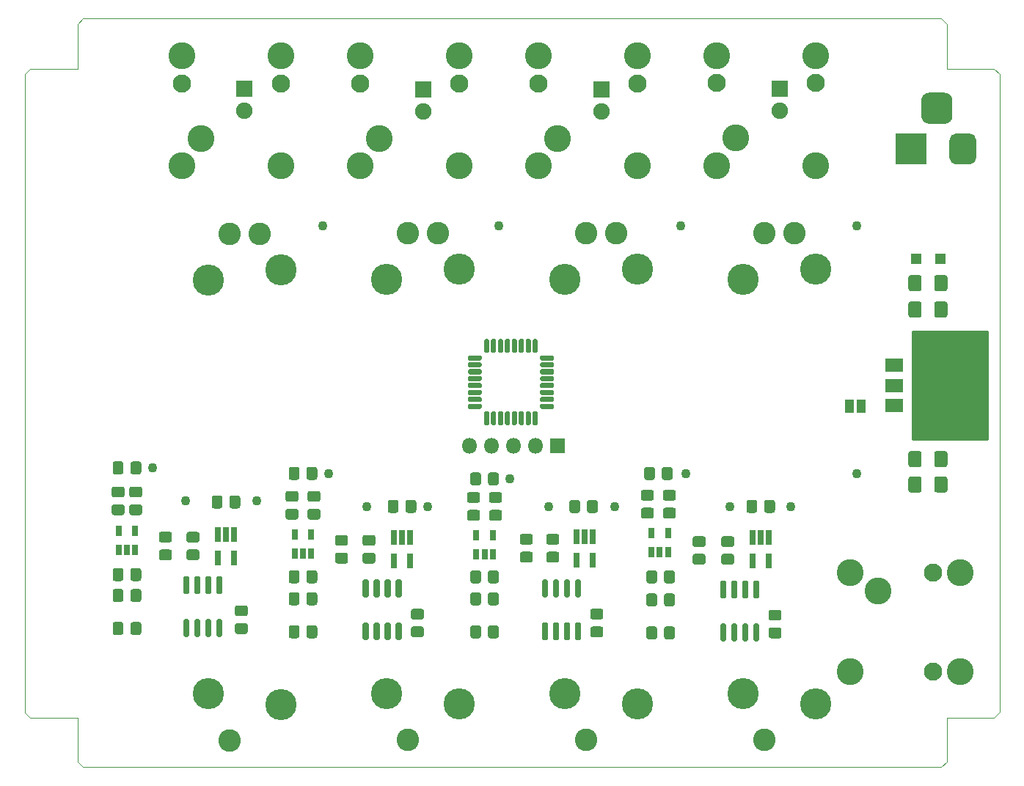
<source format=gbr>
%TF.GenerationSoftware,KiCad,Pcbnew,5.1.6-c6e7f7d~87~ubuntu18.04.1*%
%TF.CreationDate,2020-10-23T07:39:38+01:00*%
%TF.ProjectId,ActiveSplitterPedalWithDigitalPeakDetector,41637469-7665-4537-906c-697474657250,rev?*%
%TF.SameCoordinates,Original*%
%TF.FileFunction,Soldermask,Top*%
%TF.FilePolarity,Negative*%
%FSLAX46Y46*%
G04 Gerber Fmt 4.6, Leading zero omitted, Abs format (unit mm)*
G04 Created by KiCad (PCBNEW 5.1.6-c6e7f7d~87~ubuntu18.04.1) date 2020-10-23 07:39:38*
%MOMM*%
%LPD*%
G01*
G04 APERTURE LIST*
%TA.AperFunction,Profile*%
%ADD10C,0.050000*%
%TD*%
%ADD11C,1.100000*%
%ADD12C,2.600000*%
%ADD13C,3.600000*%
%ADD14R,0.750000X1.160000*%
%ADD15R,0.750000X1.660000*%
%ADD16R,2.100000X1.600000*%
%ADD17R,2.100000X3.900000*%
%ADD18R,1.100000X1.600000*%
%ADD19O,1.800000X1.800000*%
%ADD20R,1.800000X1.800000*%
%ADD21C,1.900000*%
%ADD22R,1.900000X1.900000*%
%ADD23R,1.200000X1.200000*%
%ADD24C,3.100000*%
%ADD25C,2.100000*%
%ADD26R,3.600000X3.600000*%
%ADD27C,0.254000*%
G04 APERTURE END LIST*
D10*
X186309000Y-130429000D02*
X185674000Y-131064000D01*
X186309000Y-125349000D02*
X186309000Y-130429000D01*
X191770000Y-125349000D02*
X186309000Y-125349000D01*
X192405000Y-124714000D02*
X191770000Y-125349000D01*
X192405000Y-51054000D02*
X192405000Y-124714000D01*
X191770000Y-50419000D02*
X192405000Y-51054000D01*
X186309000Y-50419000D02*
X191770000Y-50419000D01*
X186309000Y-45275500D02*
X186309000Y-50419000D01*
X185674000Y-44640500D02*
X186309000Y-45275500D01*
X86614000Y-44640500D02*
X185674000Y-44640500D01*
X85979000Y-45275500D02*
X86614000Y-44640500D01*
X85979000Y-50419000D02*
X85979000Y-45275500D01*
X80518000Y-50419000D02*
X85979000Y-50419000D01*
X79883000Y-51054000D02*
X80518000Y-50419000D01*
X79883000Y-124777500D02*
X79883000Y-51054000D01*
X80518000Y-125412500D02*
X79883000Y-124777500D01*
X85979000Y-125412500D02*
X80518000Y-125412500D01*
X85979000Y-130429000D02*
X85979000Y-125412500D01*
X86614000Y-131064000D02*
X85979000Y-130429000D01*
X185674000Y-131064000D02*
X86614000Y-131064000D01*
D11*
%TO.C,TP17*%
X175895000Y-97155000D03*
%TD*%
%TO.C,TP16*%
X94615000Y-96520000D03*
%TD*%
%TO.C,TP15*%
X114935000Y-97155000D03*
%TD*%
%TO.C,TP14*%
X135890000Y-97790000D03*
%TD*%
%TO.C,TP13*%
X156210000Y-97155000D03*
%TD*%
%TO.C,TP12*%
X175895000Y-68580000D03*
%TD*%
%TO.C,TP11*%
X155575000Y-68580000D03*
%TD*%
%TO.C,TP10*%
X134620000Y-68580000D03*
%TD*%
%TO.C,TP9*%
X114300000Y-68580000D03*
%TD*%
%TO.C,TP8*%
X168275000Y-100965000D03*
%TD*%
%TO.C,TP7*%
X161290000Y-100965000D03*
%TD*%
%TO.C,TP6*%
X147955000Y-100965000D03*
%TD*%
%TO.C,TP5*%
X140335000Y-100965000D03*
%TD*%
%TO.C,TP4*%
X126365000Y-100965000D03*
%TD*%
%TO.C,TP3*%
X119380000Y-100965000D03*
%TD*%
%TO.C,TP2*%
X106680000Y-100330000D03*
%TD*%
%TO.C,TP1*%
X98425000Y-100330000D03*
%TD*%
D12*
%TO.C,RV2*%
X124104400Y-69443600D03*
X127609600Y-69443600D03*
X124104400Y-127939800D03*
D13*
X121666000Y-74777600D03*
X130022600Y-73583800D03*
X121666000Y-122580400D03*
X130048000Y-123799600D03*
%TD*%
%TO.C,C1*%
G36*
G01*
X184875000Y-78889456D02*
X184875000Y-77574544D01*
G75*
G02*
X185142544Y-77307000I267544J0D01*
G01*
X186132456Y-77307000D01*
G75*
G02*
X186400000Y-77574544I0J-267544D01*
G01*
X186400000Y-78889456D01*
G75*
G02*
X186132456Y-79157000I-267544J0D01*
G01*
X185142544Y-79157000D01*
G75*
G02*
X184875000Y-78889456I0J267544D01*
G01*
G37*
G36*
G01*
X181900000Y-78889456D02*
X181900000Y-77574544D01*
G75*
G02*
X182167544Y-77307000I267544J0D01*
G01*
X183157456Y-77307000D01*
G75*
G02*
X183425000Y-77574544I0J-267544D01*
G01*
X183425000Y-78889456D01*
G75*
G02*
X183157456Y-79157000I-267544J0D01*
G01*
X182167544Y-79157000D01*
G75*
G02*
X181900000Y-78889456I0J267544D01*
G01*
G37*
%TD*%
D14*
%TO.C,U17*%
X152242000Y-104056000D03*
X154142000Y-104056000D03*
X154142000Y-106256000D03*
X153192000Y-106256000D03*
X152242000Y-106256000D03*
%TD*%
%TO.C,U16*%
X132019000Y-104310000D03*
X133919000Y-104310000D03*
X133919000Y-106510000D03*
X132969000Y-106510000D03*
X132019000Y-106510000D03*
%TD*%
D15*
%TO.C,U15*%
X165796000Y-107268000D03*
X163896000Y-107268000D03*
X163896000Y-104568000D03*
X164846000Y-104568000D03*
X165796000Y-104568000D03*
%TD*%
%TO.C,U14*%
X145476000Y-107141000D03*
X143576000Y-107141000D03*
X143576000Y-104441000D03*
X144526000Y-104441000D03*
X145476000Y-104441000D03*
%TD*%
%TO.C,U13*%
X124394000Y-107268000D03*
X122494000Y-107268000D03*
X122494000Y-104568000D03*
X123444000Y-104568000D03*
X124394000Y-104568000D03*
%TD*%
D14*
%TO.C,U10*%
X111064000Y-104183000D03*
X112964000Y-104183000D03*
X112964000Y-106383000D03*
X112014000Y-106383000D03*
X111064000Y-106383000D03*
%TD*%
%TO.C,U7*%
X90744000Y-103802000D03*
X92644000Y-103802000D03*
X92644000Y-106002000D03*
X91694000Y-106002000D03*
X90744000Y-106002000D03*
%TD*%
%TO.C,U4*%
G36*
G01*
X139542000Y-83514000D02*
X140842000Y-83514000D01*
G75*
G02*
X140992000Y-83664000I0J-150000D01*
G01*
X140992000Y-83964000D01*
G75*
G02*
X140842000Y-84114000I-150000J0D01*
G01*
X139542000Y-84114000D01*
G75*
G02*
X139392000Y-83964000I0J150000D01*
G01*
X139392000Y-83664000D01*
G75*
G02*
X139542000Y-83514000I150000J0D01*
G01*
G37*
G36*
G01*
X139542000Y-84314000D02*
X140842000Y-84314000D01*
G75*
G02*
X140992000Y-84464000I0J-150000D01*
G01*
X140992000Y-84764000D01*
G75*
G02*
X140842000Y-84914000I-150000J0D01*
G01*
X139542000Y-84914000D01*
G75*
G02*
X139392000Y-84764000I0J150000D01*
G01*
X139392000Y-84464000D01*
G75*
G02*
X139542000Y-84314000I150000J0D01*
G01*
G37*
G36*
G01*
X139542000Y-85114000D02*
X140842000Y-85114000D01*
G75*
G02*
X140992000Y-85264000I0J-150000D01*
G01*
X140992000Y-85564000D01*
G75*
G02*
X140842000Y-85714000I-150000J0D01*
G01*
X139542000Y-85714000D01*
G75*
G02*
X139392000Y-85564000I0J150000D01*
G01*
X139392000Y-85264000D01*
G75*
G02*
X139542000Y-85114000I150000J0D01*
G01*
G37*
G36*
G01*
X139542000Y-85914000D02*
X140842000Y-85914000D01*
G75*
G02*
X140992000Y-86064000I0J-150000D01*
G01*
X140992000Y-86364000D01*
G75*
G02*
X140842000Y-86514000I-150000J0D01*
G01*
X139542000Y-86514000D01*
G75*
G02*
X139392000Y-86364000I0J150000D01*
G01*
X139392000Y-86064000D01*
G75*
G02*
X139542000Y-85914000I150000J0D01*
G01*
G37*
G36*
G01*
X139542000Y-86714000D02*
X140842000Y-86714000D01*
G75*
G02*
X140992000Y-86864000I0J-150000D01*
G01*
X140992000Y-87164000D01*
G75*
G02*
X140842000Y-87314000I-150000J0D01*
G01*
X139542000Y-87314000D01*
G75*
G02*
X139392000Y-87164000I0J150000D01*
G01*
X139392000Y-86864000D01*
G75*
G02*
X139542000Y-86714000I150000J0D01*
G01*
G37*
G36*
G01*
X139542000Y-87514000D02*
X140842000Y-87514000D01*
G75*
G02*
X140992000Y-87664000I0J-150000D01*
G01*
X140992000Y-87964000D01*
G75*
G02*
X140842000Y-88114000I-150000J0D01*
G01*
X139542000Y-88114000D01*
G75*
G02*
X139392000Y-87964000I0J150000D01*
G01*
X139392000Y-87664000D01*
G75*
G02*
X139542000Y-87514000I150000J0D01*
G01*
G37*
G36*
G01*
X139542000Y-88314000D02*
X140842000Y-88314000D01*
G75*
G02*
X140992000Y-88464000I0J-150000D01*
G01*
X140992000Y-88764000D01*
G75*
G02*
X140842000Y-88914000I-150000J0D01*
G01*
X139542000Y-88914000D01*
G75*
G02*
X139392000Y-88764000I0J150000D01*
G01*
X139392000Y-88464000D01*
G75*
G02*
X139542000Y-88314000I150000J0D01*
G01*
G37*
G36*
G01*
X139542000Y-89114000D02*
X140842000Y-89114000D01*
G75*
G02*
X140992000Y-89264000I0J-150000D01*
G01*
X140992000Y-89564000D01*
G75*
G02*
X140842000Y-89714000I-150000J0D01*
G01*
X139542000Y-89714000D01*
G75*
G02*
X139392000Y-89564000I0J150000D01*
G01*
X139392000Y-89264000D01*
G75*
G02*
X139542000Y-89114000I150000J0D01*
G01*
G37*
G36*
G01*
X138667000Y-89989000D02*
X138967000Y-89989000D01*
G75*
G02*
X139117000Y-90139000I0J-150000D01*
G01*
X139117000Y-91439000D01*
G75*
G02*
X138967000Y-91589000I-150000J0D01*
G01*
X138667000Y-91589000D01*
G75*
G02*
X138517000Y-91439000I0J150000D01*
G01*
X138517000Y-90139000D01*
G75*
G02*
X138667000Y-89989000I150000J0D01*
G01*
G37*
G36*
G01*
X137867000Y-89989000D02*
X138167000Y-89989000D01*
G75*
G02*
X138317000Y-90139000I0J-150000D01*
G01*
X138317000Y-91439000D01*
G75*
G02*
X138167000Y-91589000I-150000J0D01*
G01*
X137867000Y-91589000D01*
G75*
G02*
X137717000Y-91439000I0J150000D01*
G01*
X137717000Y-90139000D01*
G75*
G02*
X137867000Y-89989000I150000J0D01*
G01*
G37*
G36*
G01*
X137067000Y-89989000D02*
X137367000Y-89989000D01*
G75*
G02*
X137517000Y-90139000I0J-150000D01*
G01*
X137517000Y-91439000D01*
G75*
G02*
X137367000Y-91589000I-150000J0D01*
G01*
X137067000Y-91589000D01*
G75*
G02*
X136917000Y-91439000I0J150000D01*
G01*
X136917000Y-90139000D01*
G75*
G02*
X137067000Y-89989000I150000J0D01*
G01*
G37*
G36*
G01*
X136267000Y-89989000D02*
X136567000Y-89989000D01*
G75*
G02*
X136717000Y-90139000I0J-150000D01*
G01*
X136717000Y-91439000D01*
G75*
G02*
X136567000Y-91589000I-150000J0D01*
G01*
X136267000Y-91589000D01*
G75*
G02*
X136117000Y-91439000I0J150000D01*
G01*
X136117000Y-90139000D01*
G75*
G02*
X136267000Y-89989000I150000J0D01*
G01*
G37*
G36*
G01*
X135467000Y-89989000D02*
X135767000Y-89989000D01*
G75*
G02*
X135917000Y-90139000I0J-150000D01*
G01*
X135917000Y-91439000D01*
G75*
G02*
X135767000Y-91589000I-150000J0D01*
G01*
X135467000Y-91589000D01*
G75*
G02*
X135317000Y-91439000I0J150000D01*
G01*
X135317000Y-90139000D01*
G75*
G02*
X135467000Y-89989000I150000J0D01*
G01*
G37*
G36*
G01*
X134667000Y-89989000D02*
X134967000Y-89989000D01*
G75*
G02*
X135117000Y-90139000I0J-150000D01*
G01*
X135117000Y-91439000D01*
G75*
G02*
X134967000Y-91589000I-150000J0D01*
G01*
X134667000Y-91589000D01*
G75*
G02*
X134517000Y-91439000I0J150000D01*
G01*
X134517000Y-90139000D01*
G75*
G02*
X134667000Y-89989000I150000J0D01*
G01*
G37*
G36*
G01*
X133867000Y-89989000D02*
X134167000Y-89989000D01*
G75*
G02*
X134317000Y-90139000I0J-150000D01*
G01*
X134317000Y-91439000D01*
G75*
G02*
X134167000Y-91589000I-150000J0D01*
G01*
X133867000Y-91589000D01*
G75*
G02*
X133717000Y-91439000I0J150000D01*
G01*
X133717000Y-90139000D01*
G75*
G02*
X133867000Y-89989000I150000J0D01*
G01*
G37*
G36*
G01*
X133067000Y-89989000D02*
X133367000Y-89989000D01*
G75*
G02*
X133517000Y-90139000I0J-150000D01*
G01*
X133517000Y-91439000D01*
G75*
G02*
X133367000Y-91589000I-150000J0D01*
G01*
X133067000Y-91589000D01*
G75*
G02*
X132917000Y-91439000I0J150000D01*
G01*
X132917000Y-90139000D01*
G75*
G02*
X133067000Y-89989000I150000J0D01*
G01*
G37*
G36*
G01*
X131192000Y-89114000D02*
X132492000Y-89114000D01*
G75*
G02*
X132642000Y-89264000I0J-150000D01*
G01*
X132642000Y-89564000D01*
G75*
G02*
X132492000Y-89714000I-150000J0D01*
G01*
X131192000Y-89714000D01*
G75*
G02*
X131042000Y-89564000I0J150000D01*
G01*
X131042000Y-89264000D01*
G75*
G02*
X131192000Y-89114000I150000J0D01*
G01*
G37*
G36*
G01*
X131192000Y-88314000D02*
X132492000Y-88314000D01*
G75*
G02*
X132642000Y-88464000I0J-150000D01*
G01*
X132642000Y-88764000D01*
G75*
G02*
X132492000Y-88914000I-150000J0D01*
G01*
X131192000Y-88914000D01*
G75*
G02*
X131042000Y-88764000I0J150000D01*
G01*
X131042000Y-88464000D01*
G75*
G02*
X131192000Y-88314000I150000J0D01*
G01*
G37*
G36*
G01*
X131192000Y-87514000D02*
X132492000Y-87514000D01*
G75*
G02*
X132642000Y-87664000I0J-150000D01*
G01*
X132642000Y-87964000D01*
G75*
G02*
X132492000Y-88114000I-150000J0D01*
G01*
X131192000Y-88114000D01*
G75*
G02*
X131042000Y-87964000I0J150000D01*
G01*
X131042000Y-87664000D01*
G75*
G02*
X131192000Y-87514000I150000J0D01*
G01*
G37*
G36*
G01*
X131192000Y-86714000D02*
X132492000Y-86714000D01*
G75*
G02*
X132642000Y-86864000I0J-150000D01*
G01*
X132642000Y-87164000D01*
G75*
G02*
X132492000Y-87314000I-150000J0D01*
G01*
X131192000Y-87314000D01*
G75*
G02*
X131042000Y-87164000I0J150000D01*
G01*
X131042000Y-86864000D01*
G75*
G02*
X131192000Y-86714000I150000J0D01*
G01*
G37*
G36*
G01*
X131192000Y-85914000D02*
X132492000Y-85914000D01*
G75*
G02*
X132642000Y-86064000I0J-150000D01*
G01*
X132642000Y-86364000D01*
G75*
G02*
X132492000Y-86514000I-150000J0D01*
G01*
X131192000Y-86514000D01*
G75*
G02*
X131042000Y-86364000I0J150000D01*
G01*
X131042000Y-86064000D01*
G75*
G02*
X131192000Y-85914000I150000J0D01*
G01*
G37*
G36*
G01*
X131192000Y-85114000D02*
X132492000Y-85114000D01*
G75*
G02*
X132642000Y-85264000I0J-150000D01*
G01*
X132642000Y-85564000D01*
G75*
G02*
X132492000Y-85714000I-150000J0D01*
G01*
X131192000Y-85714000D01*
G75*
G02*
X131042000Y-85564000I0J150000D01*
G01*
X131042000Y-85264000D01*
G75*
G02*
X131192000Y-85114000I150000J0D01*
G01*
G37*
G36*
G01*
X131192000Y-84314000D02*
X132492000Y-84314000D01*
G75*
G02*
X132642000Y-84464000I0J-150000D01*
G01*
X132642000Y-84764000D01*
G75*
G02*
X132492000Y-84914000I-150000J0D01*
G01*
X131192000Y-84914000D01*
G75*
G02*
X131042000Y-84764000I0J150000D01*
G01*
X131042000Y-84464000D01*
G75*
G02*
X131192000Y-84314000I150000J0D01*
G01*
G37*
G36*
G01*
X131192000Y-83514000D02*
X132492000Y-83514000D01*
G75*
G02*
X132642000Y-83664000I0J-150000D01*
G01*
X132642000Y-83964000D01*
G75*
G02*
X132492000Y-84114000I-150000J0D01*
G01*
X131192000Y-84114000D01*
G75*
G02*
X131042000Y-83964000I0J150000D01*
G01*
X131042000Y-83664000D01*
G75*
G02*
X131192000Y-83514000I150000J0D01*
G01*
G37*
G36*
G01*
X133067000Y-81639000D02*
X133367000Y-81639000D01*
G75*
G02*
X133517000Y-81789000I0J-150000D01*
G01*
X133517000Y-83089000D01*
G75*
G02*
X133367000Y-83239000I-150000J0D01*
G01*
X133067000Y-83239000D01*
G75*
G02*
X132917000Y-83089000I0J150000D01*
G01*
X132917000Y-81789000D01*
G75*
G02*
X133067000Y-81639000I150000J0D01*
G01*
G37*
G36*
G01*
X133867000Y-81639000D02*
X134167000Y-81639000D01*
G75*
G02*
X134317000Y-81789000I0J-150000D01*
G01*
X134317000Y-83089000D01*
G75*
G02*
X134167000Y-83239000I-150000J0D01*
G01*
X133867000Y-83239000D01*
G75*
G02*
X133717000Y-83089000I0J150000D01*
G01*
X133717000Y-81789000D01*
G75*
G02*
X133867000Y-81639000I150000J0D01*
G01*
G37*
G36*
G01*
X134667000Y-81639000D02*
X134967000Y-81639000D01*
G75*
G02*
X135117000Y-81789000I0J-150000D01*
G01*
X135117000Y-83089000D01*
G75*
G02*
X134967000Y-83239000I-150000J0D01*
G01*
X134667000Y-83239000D01*
G75*
G02*
X134517000Y-83089000I0J150000D01*
G01*
X134517000Y-81789000D01*
G75*
G02*
X134667000Y-81639000I150000J0D01*
G01*
G37*
G36*
G01*
X135467000Y-81639000D02*
X135767000Y-81639000D01*
G75*
G02*
X135917000Y-81789000I0J-150000D01*
G01*
X135917000Y-83089000D01*
G75*
G02*
X135767000Y-83239000I-150000J0D01*
G01*
X135467000Y-83239000D01*
G75*
G02*
X135317000Y-83089000I0J150000D01*
G01*
X135317000Y-81789000D01*
G75*
G02*
X135467000Y-81639000I150000J0D01*
G01*
G37*
G36*
G01*
X136267000Y-81639000D02*
X136567000Y-81639000D01*
G75*
G02*
X136717000Y-81789000I0J-150000D01*
G01*
X136717000Y-83089000D01*
G75*
G02*
X136567000Y-83239000I-150000J0D01*
G01*
X136267000Y-83239000D01*
G75*
G02*
X136117000Y-83089000I0J150000D01*
G01*
X136117000Y-81789000D01*
G75*
G02*
X136267000Y-81639000I150000J0D01*
G01*
G37*
G36*
G01*
X137067000Y-81639000D02*
X137367000Y-81639000D01*
G75*
G02*
X137517000Y-81789000I0J-150000D01*
G01*
X137517000Y-83089000D01*
G75*
G02*
X137367000Y-83239000I-150000J0D01*
G01*
X137067000Y-83239000D01*
G75*
G02*
X136917000Y-83089000I0J150000D01*
G01*
X136917000Y-81789000D01*
G75*
G02*
X137067000Y-81639000I150000J0D01*
G01*
G37*
G36*
G01*
X137867000Y-81639000D02*
X138167000Y-81639000D01*
G75*
G02*
X138317000Y-81789000I0J-150000D01*
G01*
X138317000Y-83089000D01*
G75*
G02*
X138167000Y-83239000I-150000J0D01*
G01*
X137867000Y-83239000D01*
G75*
G02*
X137717000Y-83089000I0J150000D01*
G01*
X137717000Y-81789000D01*
G75*
G02*
X137867000Y-81639000I150000J0D01*
G01*
G37*
G36*
G01*
X138667000Y-81639000D02*
X138967000Y-81639000D01*
G75*
G02*
X139117000Y-81789000I0J-150000D01*
G01*
X139117000Y-83089000D01*
G75*
G02*
X138967000Y-83239000I-150000J0D01*
G01*
X138667000Y-83239000D01*
G75*
G02*
X138517000Y-83089000I0J150000D01*
G01*
X138517000Y-81789000D01*
G75*
G02*
X138667000Y-81639000I150000J0D01*
G01*
G37*
%TD*%
D15*
%TO.C,U3*%
X104074000Y-106887000D03*
X102174000Y-106887000D03*
X102174000Y-104187000D03*
X103124000Y-104187000D03*
X104074000Y-104187000D03*
%TD*%
D16*
%TO.C,U1*%
X180238000Y-84695000D03*
X180238000Y-89295000D03*
X180238000Y-86995000D03*
D17*
X186538000Y-86995000D03*
%TD*%
%TO.C,R10*%
G36*
G01*
X153826738Y-101111000D02*
X154783262Y-101111000D01*
G75*
G02*
X155055000Y-101382738I0J-271738D01*
G01*
X155055000Y-102089262D01*
G75*
G02*
X154783262Y-102361000I-271738J0D01*
G01*
X153826738Y-102361000D01*
G75*
G02*
X153555000Y-102089262I0J271738D01*
G01*
X153555000Y-101382738D01*
G75*
G02*
X153826738Y-101111000I271738J0D01*
G01*
G37*
G36*
G01*
X153826738Y-99061000D02*
X154783262Y-99061000D01*
G75*
G02*
X155055000Y-99332738I0J-271738D01*
G01*
X155055000Y-100039262D01*
G75*
G02*
X154783262Y-100311000I-271738J0D01*
G01*
X153826738Y-100311000D01*
G75*
G02*
X153555000Y-100039262I0J271738D01*
G01*
X153555000Y-99332738D01*
G75*
G02*
X153826738Y-99061000I271738J0D01*
G01*
G37*
%TD*%
%TO.C,R9*%
G36*
G01*
X133760738Y-101365000D02*
X134717262Y-101365000D01*
G75*
G02*
X134989000Y-101636738I0J-271738D01*
G01*
X134989000Y-102343262D01*
G75*
G02*
X134717262Y-102615000I-271738J0D01*
G01*
X133760738Y-102615000D01*
G75*
G02*
X133489000Y-102343262I0J271738D01*
G01*
X133489000Y-101636738D01*
G75*
G02*
X133760738Y-101365000I271738J0D01*
G01*
G37*
G36*
G01*
X133760738Y-99315000D02*
X134717262Y-99315000D01*
G75*
G02*
X134989000Y-99586738I0J-271738D01*
G01*
X134989000Y-100293262D01*
G75*
G02*
X134717262Y-100565000I-271738J0D01*
G01*
X133760738Y-100565000D01*
G75*
G02*
X133489000Y-100293262I0J271738D01*
G01*
X133489000Y-99586738D01*
G75*
G02*
X133760738Y-99315000I271738J0D01*
G01*
G37*
%TD*%
%TO.C,R8*%
G36*
G01*
X112805738Y-101238000D02*
X113762262Y-101238000D01*
G75*
G02*
X114034000Y-101509738I0J-271738D01*
G01*
X114034000Y-102216262D01*
G75*
G02*
X113762262Y-102488000I-271738J0D01*
G01*
X112805738Y-102488000D01*
G75*
G02*
X112534000Y-102216262I0J271738D01*
G01*
X112534000Y-101509738D01*
G75*
G02*
X112805738Y-101238000I271738J0D01*
G01*
G37*
G36*
G01*
X112805738Y-99188000D02*
X113762262Y-99188000D01*
G75*
G02*
X114034000Y-99459738I0J-271738D01*
G01*
X114034000Y-100166262D01*
G75*
G02*
X113762262Y-100438000I-271738J0D01*
G01*
X112805738Y-100438000D01*
G75*
G02*
X112534000Y-100166262I0J271738D01*
G01*
X112534000Y-99459738D01*
G75*
G02*
X112805738Y-99188000I271738J0D01*
G01*
G37*
%TD*%
%TO.C,R7*%
G36*
G01*
X92231738Y-100730000D02*
X93188262Y-100730000D01*
G75*
G02*
X93460000Y-101001738I0J-271738D01*
G01*
X93460000Y-101708262D01*
G75*
G02*
X93188262Y-101980000I-271738J0D01*
G01*
X92231738Y-101980000D01*
G75*
G02*
X91960000Y-101708262I0J271738D01*
G01*
X91960000Y-101001738D01*
G75*
G02*
X92231738Y-100730000I271738J0D01*
G01*
G37*
G36*
G01*
X92231738Y-98680000D02*
X93188262Y-98680000D01*
G75*
G02*
X93460000Y-98951738I0J-271738D01*
G01*
X93460000Y-99658262D01*
G75*
G02*
X93188262Y-99930000I-271738J0D01*
G01*
X92231738Y-99930000D01*
G75*
G02*
X91960000Y-99658262I0J271738D01*
G01*
X91960000Y-98951738D01*
G75*
G02*
X92231738Y-98680000I271738J0D01*
G01*
G37*
%TD*%
D18*
%TO.C,JP1*%
X176418000Y-89408000D03*
X175118000Y-89408000D03*
%TD*%
D19*
%TO.C,J7*%
X131191000Y-93980000D03*
X133731000Y-93980000D03*
X136271000Y-93980000D03*
X138811000Y-93980000D03*
D20*
X141351000Y-93980000D03*
%TD*%
D21*
%TO.C,D14*%
X167005000Y-55245000D03*
D22*
X167005000Y-52705000D03*
%TD*%
D21*
%TO.C,D10*%
X146431000Y-55372000D03*
D22*
X146431000Y-52832000D03*
%TD*%
D21*
%TO.C,D2*%
X125857000Y-55372000D03*
D22*
X125857000Y-52832000D03*
%TD*%
D21*
%TO.C,D1*%
X105219500Y-55245000D03*
D22*
X105219500Y-52705000D03*
%TD*%
%TO.C,C41*%
G36*
G01*
X152243262Y-100311000D02*
X151286738Y-100311000D01*
G75*
G02*
X151015000Y-100039262I0J271738D01*
G01*
X151015000Y-99332738D01*
G75*
G02*
X151286738Y-99061000I271738J0D01*
G01*
X152243262Y-99061000D01*
G75*
G02*
X152515000Y-99332738I0J-271738D01*
G01*
X152515000Y-100039262D01*
G75*
G02*
X152243262Y-100311000I-271738J0D01*
G01*
G37*
G36*
G01*
X152243262Y-102361000D02*
X151286738Y-102361000D01*
G75*
G02*
X151015000Y-102089262I0J271738D01*
G01*
X151015000Y-101382738D01*
G75*
G02*
X151286738Y-101111000I271738J0D01*
G01*
X152243262Y-101111000D01*
G75*
G02*
X152515000Y-101382738I0J-271738D01*
G01*
X152515000Y-102089262D01*
G75*
G02*
X152243262Y-102361000I-271738J0D01*
G01*
G37*
%TD*%
%TO.C,C40*%
G36*
G01*
X132177262Y-100565000D02*
X131220738Y-100565000D01*
G75*
G02*
X130949000Y-100293262I0J271738D01*
G01*
X130949000Y-99586738D01*
G75*
G02*
X131220738Y-99315000I271738J0D01*
G01*
X132177262Y-99315000D01*
G75*
G02*
X132449000Y-99586738I0J-271738D01*
G01*
X132449000Y-100293262D01*
G75*
G02*
X132177262Y-100565000I-271738J0D01*
G01*
G37*
G36*
G01*
X132177262Y-102615000D02*
X131220738Y-102615000D01*
G75*
G02*
X130949000Y-102343262I0J271738D01*
G01*
X130949000Y-101636738D01*
G75*
G02*
X131220738Y-101365000I271738J0D01*
G01*
X132177262Y-101365000D01*
G75*
G02*
X132449000Y-101636738I0J-271738D01*
G01*
X132449000Y-102343262D01*
G75*
G02*
X132177262Y-102615000I-271738J0D01*
G01*
G37*
%TD*%
%TO.C,C33*%
G36*
G01*
X111222262Y-100438000D02*
X110265738Y-100438000D01*
G75*
G02*
X109994000Y-100166262I0J271738D01*
G01*
X109994000Y-99459738D01*
G75*
G02*
X110265738Y-99188000I271738J0D01*
G01*
X111222262Y-99188000D01*
G75*
G02*
X111494000Y-99459738I0J-271738D01*
G01*
X111494000Y-100166262D01*
G75*
G02*
X111222262Y-100438000I-271738J0D01*
G01*
G37*
G36*
G01*
X111222262Y-102488000D02*
X110265738Y-102488000D01*
G75*
G02*
X109994000Y-102216262I0J271738D01*
G01*
X109994000Y-101509738D01*
G75*
G02*
X110265738Y-101238000I271738J0D01*
G01*
X111222262Y-101238000D01*
G75*
G02*
X111494000Y-101509738I0J-271738D01*
G01*
X111494000Y-102216262D01*
G75*
G02*
X111222262Y-102488000I-271738J0D01*
G01*
G37*
%TD*%
%TO.C,C32*%
G36*
G01*
X91156262Y-99930000D02*
X90199738Y-99930000D01*
G75*
G02*
X89928000Y-99658262I0J271738D01*
G01*
X89928000Y-98951738D01*
G75*
G02*
X90199738Y-98680000I271738J0D01*
G01*
X91156262Y-98680000D01*
G75*
G02*
X91428000Y-98951738I0J-271738D01*
G01*
X91428000Y-99658262D01*
G75*
G02*
X91156262Y-99930000I-271738J0D01*
G01*
G37*
G36*
G01*
X91156262Y-101980000D02*
X90199738Y-101980000D01*
G75*
G02*
X89928000Y-101708262I0J271738D01*
G01*
X89928000Y-101001738D01*
G75*
G02*
X90199738Y-100730000I271738J0D01*
G01*
X91156262Y-100730000D01*
G75*
G02*
X91428000Y-101001738I0J-271738D01*
G01*
X91428000Y-101708262D01*
G75*
G02*
X91156262Y-101980000I-271738J0D01*
G01*
G37*
%TD*%
%TO.C,C21*%
G36*
G01*
X184875000Y-99082456D02*
X184875000Y-97767544D01*
G75*
G02*
X185142544Y-97500000I267544J0D01*
G01*
X186132456Y-97500000D01*
G75*
G02*
X186400000Y-97767544I0J-267544D01*
G01*
X186400000Y-99082456D01*
G75*
G02*
X186132456Y-99350000I-267544J0D01*
G01*
X185142544Y-99350000D01*
G75*
G02*
X184875000Y-99082456I0J267544D01*
G01*
G37*
G36*
G01*
X181900000Y-99082456D02*
X181900000Y-97767544D01*
G75*
G02*
X182167544Y-97500000I267544J0D01*
G01*
X183157456Y-97500000D01*
G75*
G02*
X183425000Y-97767544I0J-267544D01*
G01*
X183425000Y-99082456D01*
G75*
G02*
X183157456Y-99350000I-267544J0D01*
G01*
X182167544Y-99350000D01*
G75*
G02*
X181900000Y-99082456I0J267544D01*
G01*
G37*
%TD*%
%TO.C,C20*%
G36*
G01*
X184875000Y-75841456D02*
X184875000Y-74526544D01*
G75*
G02*
X185142544Y-74259000I267544J0D01*
G01*
X186132456Y-74259000D01*
G75*
G02*
X186400000Y-74526544I0J-267544D01*
G01*
X186400000Y-75841456D01*
G75*
G02*
X186132456Y-76109000I-267544J0D01*
G01*
X185142544Y-76109000D01*
G75*
G02*
X184875000Y-75841456I0J267544D01*
G01*
G37*
G36*
G01*
X181900000Y-75841456D02*
X181900000Y-74526544D01*
G75*
G02*
X182167544Y-74259000I267544J0D01*
G01*
X183157456Y-74259000D01*
G75*
G02*
X183425000Y-74526544I0J-267544D01*
G01*
X183425000Y-75841456D01*
G75*
G02*
X183157456Y-76109000I-267544J0D01*
G01*
X182167544Y-76109000D01*
G75*
G02*
X181900000Y-75841456I0J267544D01*
G01*
G37*
%TD*%
%TO.C,C19*%
G36*
G01*
X164446000Y-100486738D02*
X164446000Y-101443262D01*
G75*
G02*
X164174262Y-101715000I-271738J0D01*
G01*
X163467738Y-101715000D01*
G75*
G02*
X163196000Y-101443262I0J271738D01*
G01*
X163196000Y-100486738D01*
G75*
G02*
X163467738Y-100215000I271738J0D01*
G01*
X164174262Y-100215000D01*
G75*
G02*
X164446000Y-100486738I0J-271738D01*
G01*
G37*
G36*
G01*
X166496000Y-100486738D02*
X166496000Y-101443262D01*
G75*
G02*
X166224262Y-101715000I-271738J0D01*
G01*
X165517738Y-101715000D01*
G75*
G02*
X165246000Y-101443262I0J271738D01*
G01*
X165246000Y-100486738D01*
G75*
G02*
X165517738Y-100215000I271738J0D01*
G01*
X166224262Y-100215000D01*
G75*
G02*
X166496000Y-100486738I0J-271738D01*
G01*
G37*
%TD*%
%TO.C,C18*%
G36*
G01*
X160557738Y-106445000D02*
X161514262Y-106445000D01*
G75*
G02*
X161786000Y-106716738I0J-271738D01*
G01*
X161786000Y-107423262D01*
G75*
G02*
X161514262Y-107695000I-271738J0D01*
G01*
X160557738Y-107695000D01*
G75*
G02*
X160286000Y-107423262I0J271738D01*
G01*
X160286000Y-106716738D01*
G75*
G02*
X160557738Y-106445000I271738J0D01*
G01*
G37*
G36*
G01*
X160557738Y-104395000D02*
X161514262Y-104395000D01*
G75*
G02*
X161786000Y-104666738I0J-271738D01*
G01*
X161786000Y-105373262D01*
G75*
G02*
X161514262Y-105645000I-271738J0D01*
G01*
X160557738Y-105645000D01*
G75*
G02*
X160286000Y-105373262I0J271738D01*
G01*
X160286000Y-104666738D01*
G75*
G02*
X160557738Y-104395000I271738J0D01*
G01*
G37*
%TD*%
%TO.C,C15*%
G36*
G01*
X152635000Y-96676738D02*
X152635000Y-97633262D01*
G75*
G02*
X152363262Y-97905000I-271738J0D01*
G01*
X151656738Y-97905000D01*
G75*
G02*
X151385000Y-97633262I0J271738D01*
G01*
X151385000Y-96676738D01*
G75*
G02*
X151656738Y-96405000I271738J0D01*
G01*
X152363262Y-96405000D01*
G75*
G02*
X152635000Y-96676738I0J-271738D01*
G01*
G37*
G36*
G01*
X154685000Y-96676738D02*
X154685000Y-97633262D01*
G75*
G02*
X154413262Y-97905000I-271738J0D01*
G01*
X153706738Y-97905000D01*
G75*
G02*
X153435000Y-97633262I0J271738D01*
G01*
X153435000Y-96676738D01*
G75*
G02*
X153706738Y-96405000I271738J0D01*
G01*
X154413262Y-96405000D01*
G75*
G02*
X154685000Y-96676738I0J-271738D01*
G01*
G37*
%TD*%
%TO.C,C11*%
G36*
G01*
X143999000Y-100486738D02*
X143999000Y-101443262D01*
G75*
G02*
X143727262Y-101715000I-271738J0D01*
G01*
X143020738Y-101715000D01*
G75*
G02*
X142749000Y-101443262I0J271738D01*
G01*
X142749000Y-100486738D01*
G75*
G02*
X143020738Y-100215000I271738J0D01*
G01*
X143727262Y-100215000D01*
G75*
G02*
X143999000Y-100486738I0J-271738D01*
G01*
G37*
G36*
G01*
X146049000Y-100486738D02*
X146049000Y-101443262D01*
G75*
G02*
X145777262Y-101715000I-271738J0D01*
G01*
X145070738Y-101715000D01*
G75*
G02*
X144799000Y-101443262I0J271738D01*
G01*
X144799000Y-100486738D01*
G75*
G02*
X145070738Y-100215000I271738J0D01*
G01*
X145777262Y-100215000D01*
G75*
G02*
X146049000Y-100486738I0J-271738D01*
G01*
G37*
%TD*%
%TO.C,C10*%
G36*
G01*
X132569000Y-97311738D02*
X132569000Y-98268262D01*
G75*
G02*
X132297262Y-98540000I-271738J0D01*
G01*
X131590738Y-98540000D01*
G75*
G02*
X131319000Y-98268262I0J271738D01*
G01*
X131319000Y-97311738D01*
G75*
G02*
X131590738Y-97040000I271738J0D01*
G01*
X132297262Y-97040000D01*
G75*
G02*
X132569000Y-97311738I0J-271738D01*
G01*
G37*
G36*
G01*
X134619000Y-97311738D02*
X134619000Y-98268262D01*
G75*
G02*
X134347262Y-98540000I-271738J0D01*
G01*
X133640738Y-98540000D01*
G75*
G02*
X133369000Y-98268262I0J271738D01*
G01*
X133369000Y-97311738D01*
G75*
G02*
X133640738Y-97040000I271738J0D01*
G01*
X134347262Y-97040000D01*
G75*
G02*
X134619000Y-97311738I0J-271738D01*
G01*
G37*
%TD*%
%TO.C,C9*%
G36*
G01*
X111614000Y-96676738D02*
X111614000Y-97633262D01*
G75*
G02*
X111342262Y-97905000I-271738J0D01*
G01*
X110635738Y-97905000D01*
G75*
G02*
X110364000Y-97633262I0J271738D01*
G01*
X110364000Y-96676738D01*
G75*
G02*
X110635738Y-96405000I271738J0D01*
G01*
X111342262Y-96405000D01*
G75*
G02*
X111614000Y-96676738I0J-271738D01*
G01*
G37*
G36*
G01*
X113664000Y-96676738D02*
X113664000Y-97633262D01*
G75*
G02*
X113392262Y-97905000I-271738J0D01*
G01*
X112685738Y-97905000D01*
G75*
G02*
X112414000Y-97633262I0J271738D01*
G01*
X112414000Y-96676738D01*
G75*
G02*
X112685738Y-96405000I271738J0D01*
G01*
X113392262Y-96405000D01*
G75*
G02*
X113664000Y-96676738I0J-271738D01*
G01*
G37*
%TD*%
%TO.C,C8*%
G36*
G01*
X91294000Y-96041738D02*
X91294000Y-96998262D01*
G75*
G02*
X91022262Y-97270000I-271738J0D01*
G01*
X90315738Y-97270000D01*
G75*
G02*
X90044000Y-96998262I0J271738D01*
G01*
X90044000Y-96041738D01*
G75*
G02*
X90315738Y-95770000I271738J0D01*
G01*
X91022262Y-95770000D01*
G75*
G02*
X91294000Y-96041738I0J-271738D01*
G01*
G37*
G36*
G01*
X93344000Y-96041738D02*
X93344000Y-96998262D01*
G75*
G02*
X93072262Y-97270000I-271738J0D01*
G01*
X92365738Y-97270000D01*
G75*
G02*
X92094000Y-96998262I0J271738D01*
G01*
X92094000Y-96041738D01*
G75*
G02*
X92365738Y-95770000I271738J0D01*
G01*
X93072262Y-95770000D01*
G75*
G02*
X93344000Y-96041738I0J-271738D01*
G01*
G37*
%TD*%
%TO.C,C7*%
G36*
G01*
X140364738Y-106191000D02*
X141321262Y-106191000D01*
G75*
G02*
X141593000Y-106462738I0J-271738D01*
G01*
X141593000Y-107169262D01*
G75*
G02*
X141321262Y-107441000I-271738J0D01*
G01*
X140364738Y-107441000D01*
G75*
G02*
X140093000Y-107169262I0J271738D01*
G01*
X140093000Y-106462738D01*
G75*
G02*
X140364738Y-106191000I271738J0D01*
G01*
G37*
G36*
G01*
X140364738Y-104141000D02*
X141321262Y-104141000D01*
G75*
G02*
X141593000Y-104412738I0J-271738D01*
G01*
X141593000Y-105119262D01*
G75*
G02*
X141321262Y-105391000I-271738J0D01*
G01*
X140364738Y-105391000D01*
G75*
G02*
X140093000Y-105119262I0J271738D01*
G01*
X140093000Y-104412738D01*
G75*
G02*
X140364738Y-104141000I271738J0D01*
G01*
G37*
%TD*%
%TO.C,C6*%
G36*
G01*
X123044000Y-100486738D02*
X123044000Y-101443262D01*
G75*
G02*
X122772262Y-101715000I-271738J0D01*
G01*
X122065738Y-101715000D01*
G75*
G02*
X121794000Y-101443262I0J271738D01*
G01*
X121794000Y-100486738D01*
G75*
G02*
X122065738Y-100215000I271738J0D01*
G01*
X122772262Y-100215000D01*
G75*
G02*
X123044000Y-100486738I0J-271738D01*
G01*
G37*
G36*
G01*
X125094000Y-100486738D02*
X125094000Y-101443262D01*
G75*
G02*
X124822262Y-101715000I-271738J0D01*
G01*
X124115738Y-101715000D01*
G75*
G02*
X123844000Y-101443262I0J271738D01*
G01*
X123844000Y-100486738D01*
G75*
G02*
X124115738Y-100215000I271738J0D01*
G01*
X124822262Y-100215000D01*
G75*
G02*
X125094000Y-100486738I0J-271738D01*
G01*
G37*
%TD*%
%TO.C,C5*%
G36*
G01*
X119155738Y-106318000D02*
X120112262Y-106318000D01*
G75*
G02*
X120384000Y-106589738I0J-271738D01*
G01*
X120384000Y-107296262D01*
G75*
G02*
X120112262Y-107568000I-271738J0D01*
G01*
X119155738Y-107568000D01*
G75*
G02*
X118884000Y-107296262I0J271738D01*
G01*
X118884000Y-106589738D01*
G75*
G02*
X119155738Y-106318000I271738J0D01*
G01*
G37*
G36*
G01*
X119155738Y-104268000D02*
X120112262Y-104268000D01*
G75*
G02*
X120384000Y-104539738I0J-271738D01*
G01*
X120384000Y-105246262D01*
G75*
G02*
X120112262Y-105518000I-271738J0D01*
G01*
X119155738Y-105518000D01*
G75*
G02*
X118884000Y-105246262I0J271738D01*
G01*
X118884000Y-104539738D01*
G75*
G02*
X119155738Y-104268000I271738J0D01*
G01*
G37*
%TD*%
%TO.C,C4*%
G36*
G01*
X102724000Y-99978738D02*
X102724000Y-100935262D01*
G75*
G02*
X102452262Y-101207000I-271738J0D01*
G01*
X101745738Y-101207000D01*
G75*
G02*
X101474000Y-100935262I0J271738D01*
G01*
X101474000Y-99978738D01*
G75*
G02*
X101745738Y-99707000I271738J0D01*
G01*
X102452262Y-99707000D01*
G75*
G02*
X102724000Y-99978738I0J-271738D01*
G01*
G37*
G36*
G01*
X104774000Y-99978738D02*
X104774000Y-100935262D01*
G75*
G02*
X104502262Y-101207000I-271738J0D01*
G01*
X103795738Y-101207000D01*
G75*
G02*
X103524000Y-100935262I0J271738D01*
G01*
X103524000Y-99978738D01*
G75*
G02*
X103795738Y-99707000I271738J0D01*
G01*
X104502262Y-99707000D01*
G75*
G02*
X104774000Y-99978738I0J-271738D01*
G01*
G37*
%TD*%
%TO.C,C3*%
G36*
G01*
X98835738Y-105937000D02*
X99792262Y-105937000D01*
G75*
G02*
X100064000Y-106208738I0J-271738D01*
G01*
X100064000Y-106915262D01*
G75*
G02*
X99792262Y-107187000I-271738J0D01*
G01*
X98835738Y-107187000D01*
G75*
G02*
X98564000Y-106915262I0J271738D01*
G01*
X98564000Y-106208738D01*
G75*
G02*
X98835738Y-105937000I271738J0D01*
G01*
G37*
G36*
G01*
X98835738Y-103887000D02*
X99792262Y-103887000D01*
G75*
G02*
X100064000Y-104158738I0J-271738D01*
G01*
X100064000Y-104865262D01*
G75*
G02*
X99792262Y-105137000I-271738J0D01*
G01*
X98835738Y-105137000D01*
G75*
G02*
X98564000Y-104865262I0J271738D01*
G01*
X98564000Y-104158738D01*
G75*
G02*
X98835738Y-103887000I271738J0D01*
G01*
G37*
%TD*%
D12*
%TO.C,RV3*%
X144678400Y-69443600D03*
X148183600Y-69443600D03*
X144678400Y-127939800D03*
D13*
X142240000Y-74777600D03*
X150596600Y-73583800D03*
X142240000Y-122580400D03*
X150622000Y-123799600D03*
%TD*%
D12*
%TO.C,RV1*%
X103530400Y-69469000D03*
X107035600Y-69469000D03*
X103530400Y-127965200D03*
D13*
X101092000Y-74803000D03*
X109448600Y-73609200D03*
X101092000Y-122605800D03*
X109474000Y-123825000D03*
%TD*%
D12*
%TO.C,RV4*%
X165252400Y-69443600D03*
X168757600Y-69443600D03*
X165252400Y-127939800D03*
D13*
X162814000Y-74777600D03*
X171170600Y-73583800D03*
X162814000Y-122580400D03*
X171196000Y-123799600D03*
%TD*%
%TO.C,C2*%
G36*
G01*
X184875000Y-96161456D02*
X184875000Y-94846544D01*
G75*
G02*
X185142544Y-94579000I267544J0D01*
G01*
X186132456Y-94579000D01*
G75*
G02*
X186400000Y-94846544I0J-267544D01*
G01*
X186400000Y-96161456D01*
G75*
G02*
X186132456Y-96429000I-267544J0D01*
G01*
X185142544Y-96429000D01*
G75*
G02*
X184875000Y-96161456I0J267544D01*
G01*
G37*
G36*
G01*
X181900000Y-96161456D02*
X181900000Y-94846544D01*
G75*
G02*
X182167544Y-94579000I267544J0D01*
G01*
X183157456Y-94579000D01*
G75*
G02*
X183425000Y-94846544I0J-267544D01*
G01*
X183425000Y-96161456D01*
G75*
G02*
X183157456Y-96429000I-267544J0D01*
G01*
X182167544Y-96429000D01*
G75*
G02*
X181900000Y-96161456I0J267544D01*
G01*
G37*
%TD*%
%TO.C,U11*%
G36*
G01*
X160703000Y-111580000D02*
X160353000Y-111580000D01*
G75*
G02*
X160178000Y-111405000I0J175000D01*
G01*
X160178000Y-109705000D01*
G75*
G02*
X160353000Y-109530000I175000J0D01*
G01*
X160703000Y-109530000D01*
G75*
G02*
X160878000Y-109705000I0J-175000D01*
G01*
X160878000Y-111405000D01*
G75*
G02*
X160703000Y-111580000I-175000J0D01*
G01*
G37*
G36*
G01*
X161973000Y-111580000D02*
X161623000Y-111580000D01*
G75*
G02*
X161448000Y-111405000I0J175000D01*
G01*
X161448000Y-109705000D01*
G75*
G02*
X161623000Y-109530000I175000J0D01*
G01*
X161973000Y-109530000D01*
G75*
G02*
X162148000Y-109705000I0J-175000D01*
G01*
X162148000Y-111405000D01*
G75*
G02*
X161973000Y-111580000I-175000J0D01*
G01*
G37*
G36*
G01*
X163243000Y-111580000D02*
X162893000Y-111580000D01*
G75*
G02*
X162718000Y-111405000I0J175000D01*
G01*
X162718000Y-109705000D01*
G75*
G02*
X162893000Y-109530000I175000J0D01*
G01*
X163243000Y-109530000D01*
G75*
G02*
X163418000Y-109705000I0J-175000D01*
G01*
X163418000Y-111405000D01*
G75*
G02*
X163243000Y-111580000I-175000J0D01*
G01*
G37*
G36*
G01*
X164513000Y-111580000D02*
X164163000Y-111580000D01*
G75*
G02*
X163988000Y-111405000I0J175000D01*
G01*
X163988000Y-109705000D01*
G75*
G02*
X164163000Y-109530000I175000J0D01*
G01*
X164513000Y-109530000D01*
G75*
G02*
X164688000Y-109705000I0J-175000D01*
G01*
X164688000Y-111405000D01*
G75*
G02*
X164513000Y-111580000I-175000J0D01*
G01*
G37*
G36*
G01*
X164513000Y-116530000D02*
X164163000Y-116530000D01*
G75*
G02*
X163988000Y-116355000I0J175000D01*
G01*
X163988000Y-114655000D01*
G75*
G02*
X164163000Y-114480000I175000J0D01*
G01*
X164513000Y-114480000D01*
G75*
G02*
X164688000Y-114655000I0J-175000D01*
G01*
X164688000Y-116355000D01*
G75*
G02*
X164513000Y-116530000I-175000J0D01*
G01*
G37*
G36*
G01*
X163243000Y-116530000D02*
X162893000Y-116530000D01*
G75*
G02*
X162718000Y-116355000I0J175000D01*
G01*
X162718000Y-114655000D01*
G75*
G02*
X162893000Y-114480000I175000J0D01*
G01*
X163243000Y-114480000D01*
G75*
G02*
X163418000Y-114655000I0J-175000D01*
G01*
X163418000Y-116355000D01*
G75*
G02*
X163243000Y-116530000I-175000J0D01*
G01*
G37*
G36*
G01*
X161973000Y-116530000D02*
X161623000Y-116530000D01*
G75*
G02*
X161448000Y-116355000I0J175000D01*
G01*
X161448000Y-114655000D01*
G75*
G02*
X161623000Y-114480000I175000J0D01*
G01*
X161973000Y-114480000D01*
G75*
G02*
X162148000Y-114655000I0J-175000D01*
G01*
X162148000Y-116355000D01*
G75*
G02*
X161973000Y-116530000I-175000J0D01*
G01*
G37*
G36*
G01*
X160703000Y-116530000D02*
X160353000Y-116530000D01*
G75*
G02*
X160178000Y-116355000I0J175000D01*
G01*
X160178000Y-114655000D01*
G75*
G02*
X160353000Y-114480000I175000J0D01*
G01*
X160703000Y-114480000D01*
G75*
G02*
X160878000Y-114655000I0J-175000D01*
G01*
X160878000Y-116355000D01*
G75*
G02*
X160703000Y-116530000I-175000J0D01*
G01*
G37*
%TD*%
%TO.C,U8*%
G36*
G01*
X140129000Y-111453000D02*
X139779000Y-111453000D01*
G75*
G02*
X139604000Y-111278000I0J175000D01*
G01*
X139604000Y-109578000D01*
G75*
G02*
X139779000Y-109403000I175000J0D01*
G01*
X140129000Y-109403000D01*
G75*
G02*
X140304000Y-109578000I0J-175000D01*
G01*
X140304000Y-111278000D01*
G75*
G02*
X140129000Y-111453000I-175000J0D01*
G01*
G37*
G36*
G01*
X141399000Y-111453000D02*
X141049000Y-111453000D01*
G75*
G02*
X140874000Y-111278000I0J175000D01*
G01*
X140874000Y-109578000D01*
G75*
G02*
X141049000Y-109403000I175000J0D01*
G01*
X141399000Y-109403000D01*
G75*
G02*
X141574000Y-109578000I0J-175000D01*
G01*
X141574000Y-111278000D01*
G75*
G02*
X141399000Y-111453000I-175000J0D01*
G01*
G37*
G36*
G01*
X142669000Y-111453000D02*
X142319000Y-111453000D01*
G75*
G02*
X142144000Y-111278000I0J175000D01*
G01*
X142144000Y-109578000D01*
G75*
G02*
X142319000Y-109403000I175000J0D01*
G01*
X142669000Y-109403000D01*
G75*
G02*
X142844000Y-109578000I0J-175000D01*
G01*
X142844000Y-111278000D01*
G75*
G02*
X142669000Y-111453000I-175000J0D01*
G01*
G37*
G36*
G01*
X143939000Y-111453000D02*
X143589000Y-111453000D01*
G75*
G02*
X143414000Y-111278000I0J175000D01*
G01*
X143414000Y-109578000D01*
G75*
G02*
X143589000Y-109403000I175000J0D01*
G01*
X143939000Y-109403000D01*
G75*
G02*
X144114000Y-109578000I0J-175000D01*
G01*
X144114000Y-111278000D01*
G75*
G02*
X143939000Y-111453000I-175000J0D01*
G01*
G37*
G36*
G01*
X143939000Y-116403000D02*
X143589000Y-116403000D01*
G75*
G02*
X143414000Y-116228000I0J175000D01*
G01*
X143414000Y-114528000D01*
G75*
G02*
X143589000Y-114353000I175000J0D01*
G01*
X143939000Y-114353000D01*
G75*
G02*
X144114000Y-114528000I0J-175000D01*
G01*
X144114000Y-116228000D01*
G75*
G02*
X143939000Y-116403000I-175000J0D01*
G01*
G37*
G36*
G01*
X142669000Y-116403000D02*
X142319000Y-116403000D01*
G75*
G02*
X142144000Y-116228000I0J175000D01*
G01*
X142144000Y-114528000D01*
G75*
G02*
X142319000Y-114353000I175000J0D01*
G01*
X142669000Y-114353000D01*
G75*
G02*
X142844000Y-114528000I0J-175000D01*
G01*
X142844000Y-116228000D01*
G75*
G02*
X142669000Y-116403000I-175000J0D01*
G01*
G37*
G36*
G01*
X141399000Y-116403000D02*
X141049000Y-116403000D01*
G75*
G02*
X140874000Y-116228000I0J175000D01*
G01*
X140874000Y-114528000D01*
G75*
G02*
X141049000Y-114353000I175000J0D01*
G01*
X141399000Y-114353000D01*
G75*
G02*
X141574000Y-114528000I0J-175000D01*
G01*
X141574000Y-116228000D01*
G75*
G02*
X141399000Y-116403000I-175000J0D01*
G01*
G37*
G36*
G01*
X140129000Y-116403000D02*
X139779000Y-116403000D01*
G75*
G02*
X139604000Y-116228000I0J175000D01*
G01*
X139604000Y-114528000D01*
G75*
G02*
X139779000Y-114353000I175000J0D01*
G01*
X140129000Y-114353000D01*
G75*
G02*
X140304000Y-114528000I0J-175000D01*
G01*
X140304000Y-116228000D01*
G75*
G02*
X140129000Y-116403000I-175000J0D01*
G01*
G37*
%TD*%
%TO.C,U5*%
G36*
G01*
X119428000Y-111453000D02*
X119078000Y-111453000D01*
G75*
G02*
X118903000Y-111278000I0J175000D01*
G01*
X118903000Y-109578000D01*
G75*
G02*
X119078000Y-109403000I175000J0D01*
G01*
X119428000Y-109403000D01*
G75*
G02*
X119603000Y-109578000I0J-175000D01*
G01*
X119603000Y-111278000D01*
G75*
G02*
X119428000Y-111453000I-175000J0D01*
G01*
G37*
G36*
G01*
X120698000Y-111453000D02*
X120348000Y-111453000D01*
G75*
G02*
X120173000Y-111278000I0J175000D01*
G01*
X120173000Y-109578000D01*
G75*
G02*
X120348000Y-109403000I175000J0D01*
G01*
X120698000Y-109403000D01*
G75*
G02*
X120873000Y-109578000I0J-175000D01*
G01*
X120873000Y-111278000D01*
G75*
G02*
X120698000Y-111453000I-175000J0D01*
G01*
G37*
G36*
G01*
X121968000Y-111453000D02*
X121618000Y-111453000D01*
G75*
G02*
X121443000Y-111278000I0J175000D01*
G01*
X121443000Y-109578000D01*
G75*
G02*
X121618000Y-109403000I175000J0D01*
G01*
X121968000Y-109403000D01*
G75*
G02*
X122143000Y-109578000I0J-175000D01*
G01*
X122143000Y-111278000D01*
G75*
G02*
X121968000Y-111453000I-175000J0D01*
G01*
G37*
G36*
G01*
X123238000Y-111453000D02*
X122888000Y-111453000D01*
G75*
G02*
X122713000Y-111278000I0J175000D01*
G01*
X122713000Y-109578000D01*
G75*
G02*
X122888000Y-109403000I175000J0D01*
G01*
X123238000Y-109403000D01*
G75*
G02*
X123413000Y-109578000I0J-175000D01*
G01*
X123413000Y-111278000D01*
G75*
G02*
X123238000Y-111453000I-175000J0D01*
G01*
G37*
G36*
G01*
X123238000Y-116403000D02*
X122888000Y-116403000D01*
G75*
G02*
X122713000Y-116228000I0J175000D01*
G01*
X122713000Y-114528000D01*
G75*
G02*
X122888000Y-114353000I175000J0D01*
G01*
X123238000Y-114353000D01*
G75*
G02*
X123413000Y-114528000I0J-175000D01*
G01*
X123413000Y-116228000D01*
G75*
G02*
X123238000Y-116403000I-175000J0D01*
G01*
G37*
G36*
G01*
X121968000Y-116403000D02*
X121618000Y-116403000D01*
G75*
G02*
X121443000Y-116228000I0J175000D01*
G01*
X121443000Y-114528000D01*
G75*
G02*
X121618000Y-114353000I175000J0D01*
G01*
X121968000Y-114353000D01*
G75*
G02*
X122143000Y-114528000I0J-175000D01*
G01*
X122143000Y-116228000D01*
G75*
G02*
X121968000Y-116403000I-175000J0D01*
G01*
G37*
G36*
G01*
X120698000Y-116403000D02*
X120348000Y-116403000D01*
G75*
G02*
X120173000Y-116228000I0J175000D01*
G01*
X120173000Y-114528000D01*
G75*
G02*
X120348000Y-114353000I175000J0D01*
G01*
X120698000Y-114353000D01*
G75*
G02*
X120873000Y-114528000I0J-175000D01*
G01*
X120873000Y-116228000D01*
G75*
G02*
X120698000Y-116403000I-175000J0D01*
G01*
G37*
G36*
G01*
X119428000Y-116403000D02*
X119078000Y-116403000D01*
G75*
G02*
X118903000Y-116228000I0J175000D01*
G01*
X118903000Y-114528000D01*
G75*
G02*
X119078000Y-114353000I175000J0D01*
G01*
X119428000Y-114353000D01*
G75*
G02*
X119603000Y-114528000I0J-175000D01*
G01*
X119603000Y-116228000D01*
G75*
G02*
X119428000Y-116403000I-175000J0D01*
G01*
G37*
%TD*%
%TO.C,U2*%
G36*
G01*
X98727000Y-111072000D02*
X98377000Y-111072000D01*
G75*
G02*
X98202000Y-110897000I0J175000D01*
G01*
X98202000Y-109197000D01*
G75*
G02*
X98377000Y-109022000I175000J0D01*
G01*
X98727000Y-109022000D01*
G75*
G02*
X98902000Y-109197000I0J-175000D01*
G01*
X98902000Y-110897000D01*
G75*
G02*
X98727000Y-111072000I-175000J0D01*
G01*
G37*
G36*
G01*
X99997000Y-111072000D02*
X99647000Y-111072000D01*
G75*
G02*
X99472000Y-110897000I0J175000D01*
G01*
X99472000Y-109197000D01*
G75*
G02*
X99647000Y-109022000I175000J0D01*
G01*
X99997000Y-109022000D01*
G75*
G02*
X100172000Y-109197000I0J-175000D01*
G01*
X100172000Y-110897000D01*
G75*
G02*
X99997000Y-111072000I-175000J0D01*
G01*
G37*
G36*
G01*
X101267000Y-111072000D02*
X100917000Y-111072000D01*
G75*
G02*
X100742000Y-110897000I0J175000D01*
G01*
X100742000Y-109197000D01*
G75*
G02*
X100917000Y-109022000I175000J0D01*
G01*
X101267000Y-109022000D01*
G75*
G02*
X101442000Y-109197000I0J-175000D01*
G01*
X101442000Y-110897000D01*
G75*
G02*
X101267000Y-111072000I-175000J0D01*
G01*
G37*
G36*
G01*
X102537000Y-111072000D02*
X102187000Y-111072000D01*
G75*
G02*
X102012000Y-110897000I0J175000D01*
G01*
X102012000Y-109197000D01*
G75*
G02*
X102187000Y-109022000I175000J0D01*
G01*
X102537000Y-109022000D01*
G75*
G02*
X102712000Y-109197000I0J-175000D01*
G01*
X102712000Y-110897000D01*
G75*
G02*
X102537000Y-111072000I-175000J0D01*
G01*
G37*
G36*
G01*
X102537000Y-116022000D02*
X102187000Y-116022000D01*
G75*
G02*
X102012000Y-115847000I0J175000D01*
G01*
X102012000Y-114147000D01*
G75*
G02*
X102187000Y-113972000I175000J0D01*
G01*
X102537000Y-113972000D01*
G75*
G02*
X102712000Y-114147000I0J-175000D01*
G01*
X102712000Y-115847000D01*
G75*
G02*
X102537000Y-116022000I-175000J0D01*
G01*
G37*
G36*
G01*
X101267000Y-116022000D02*
X100917000Y-116022000D01*
G75*
G02*
X100742000Y-115847000I0J175000D01*
G01*
X100742000Y-114147000D01*
G75*
G02*
X100917000Y-113972000I175000J0D01*
G01*
X101267000Y-113972000D01*
G75*
G02*
X101442000Y-114147000I0J-175000D01*
G01*
X101442000Y-115847000D01*
G75*
G02*
X101267000Y-116022000I-175000J0D01*
G01*
G37*
G36*
G01*
X99997000Y-116022000D02*
X99647000Y-116022000D01*
G75*
G02*
X99472000Y-115847000I0J175000D01*
G01*
X99472000Y-114147000D01*
G75*
G02*
X99647000Y-113972000I175000J0D01*
G01*
X99997000Y-113972000D01*
G75*
G02*
X100172000Y-114147000I0J-175000D01*
G01*
X100172000Y-115847000D01*
G75*
G02*
X99997000Y-116022000I-175000J0D01*
G01*
G37*
G36*
G01*
X98727000Y-116022000D02*
X98377000Y-116022000D01*
G75*
G02*
X98202000Y-115847000I0J175000D01*
G01*
X98202000Y-114147000D01*
G75*
G02*
X98377000Y-113972000I175000J0D01*
G01*
X98727000Y-113972000D01*
G75*
G02*
X98902000Y-114147000I0J-175000D01*
G01*
X98902000Y-115847000D01*
G75*
G02*
X98727000Y-116022000I-175000J0D01*
G01*
G37*
%TD*%
%TO.C,R24*%
G36*
G01*
X152889000Y-108614738D02*
X152889000Y-109571262D01*
G75*
G02*
X152617262Y-109843000I-271738J0D01*
G01*
X151910738Y-109843000D01*
G75*
G02*
X151639000Y-109571262I0J271738D01*
G01*
X151639000Y-108614738D01*
G75*
G02*
X151910738Y-108343000I271738J0D01*
G01*
X152617262Y-108343000D01*
G75*
G02*
X152889000Y-108614738I0J-271738D01*
G01*
G37*
G36*
G01*
X154939000Y-108614738D02*
X154939000Y-109571262D01*
G75*
G02*
X154667262Y-109843000I-271738J0D01*
G01*
X153960738Y-109843000D01*
G75*
G02*
X153689000Y-109571262I0J271738D01*
G01*
X153689000Y-108614738D01*
G75*
G02*
X153960738Y-108343000I271738J0D01*
G01*
X154667262Y-108343000D01*
G75*
G02*
X154939000Y-108614738I0J-271738D01*
G01*
G37*
%TD*%
%TO.C,R23*%
G36*
G01*
X153689000Y-116048262D02*
X153689000Y-115091738D01*
G75*
G02*
X153960738Y-114820000I271738J0D01*
G01*
X154667262Y-114820000D01*
G75*
G02*
X154939000Y-115091738I0J-271738D01*
G01*
X154939000Y-116048262D01*
G75*
G02*
X154667262Y-116320000I-271738J0D01*
G01*
X153960738Y-116320000D01*
G75*
G02*
X153689000Y-116048262I0J271738D01*
G01*
G37*
G36*
G01*
X151639000Y-116048262D02*
X151639000Y-115091738D01*
G75*
G02*
X151910738Y-114820000I271738J0D01*
G01*
X152617262Y-114820000D01*
G75*
G02*
X152889000Y-115091738I0J-271738D01*
G01*
X152889000Y-116048262D01*
G75*
G02*
X152617262Y-116320000I-271738J0D01*
G01*
X151910738Y-116320000D01*
G75*
G02*
X151639000Y-116048262I0J271738D01*
G01*
G37*
%TD*%
%TO.C,R18*%
G36*
G01*
X132569000Y-108614738D02*
X132569000Y-109571262D01*
G75*
G02*
X132297262Y-109843000I-271738J0D01*
G01*
X131590738Y-109843000D01*
G75*
G02*
X131319000Y-109571262I0J271738D01*
G01*
X131319000Y-108614738D01*
G75*
G02*
X131590738Y-108343000I271738J0D01*
G01*
X132297262Y-108343000D01*
G75*
G02*
X132569000Y-108614738I0J-271738D01*
G01*
G37*
G36*
G01*
X134619000Y-108614738D02*
X134619000Y-109571262D01*
G75*
G02*
X134347262Y-109843000I-271738J0D01*
G01*
X133640738Y-109843000D01*
G75*
G02*
X133369000Y-109571262I0J271738D01*
G01*
X133369000Y-108614738D01*
G75*
G02*
X133640738Y-108343000I271738J0D01*
G01*
X134347262Y-108343000D01*
G75*
G02*
X134619000Y-108614738I0J-271738D01*
G01*
G37*
%TD*%
%TO.C,R17*%
G36*
G01*
X133369000Y-115921262D02*
X133369000Y-114964738D01*
G75*
G02*
X133640738Y-114693000I271738J0D01*
G01*
X134347262Y-114693000D01*
G75*
G02*
X134619000Y-114964738I0J-271738D01*
G01*
X134619000Y-115921262D01*
G75*
G02*
X134347262Y-116193000I-271738J0D01*
G01*
X133640738Y-116193000D01*
G75*
G02*
X133369000Y-115921262I0J271738D01*
G01*
G37*
G36*
G01*
X131319000Y-115921262D02*
X131319000Y-114964738D01*
G75*
G02*
X131590738Y-114693000I271738J0D01*
G01*
X132297262Y-114693000D01*
G75*
G02*
X132569000Y-114964738I0J-271738D01*
G01*
X132569000Y-115921262D01*
G75*
G02*
X132297262Y-116193000I-271738J0D01*
G01*
X131590738Y-116193000D01*
G75*
G02*
X131319000Y-115921262I0J271738D01*
G01*
G37*
%TD*%
%TO.C,R12*%
G36*
G01*
X111614000Y-108614738D02*
X111614000Y-109571262D01*
G75*
G02*
X111342262Y-109843000I-271738J0D01*
G01*
X110635738Y-109843000D01*
G75*
G02*
X110364000Y-109571262I0J271738D01*
G01*
X110364000Y-108614738D01*
G75*
G02*
X110635738Y-108343000I271738J0D01*
G01*
X111342262Y-108343000D01*
G75*
G02*
X111614000Y-108614738I0J-271738D01*
G01*
G37*
G36*
G01*
X113664000Y-108614738D02*
X113664000Y-109571262D01*
G75*
G02*
X113392262Y-109843000I-271738J0D01*
G01*
X112685738Y-109843000D01*
G75*
G02*
X112414000Y-109571262I0J271738D01*
G01*
X112414000Y-108614738D01*
G75*
G02*
X112685738Y-108343000I271738J0D01*
G01*
X113392262Y-108343000D01*
G75*
G02*
X113664000Y-108614738I0J-271738D01*
G01*
G37*
%TD*%
%TO.C,R11*%
G36*
G01*
X112414000Y-115921262D02*
X112414000Y-114964738D01*
G75*
G02*
X112685738Y-114693000I271738J0D01*
G01*
X113392262Y-114693000D01*
G75*
G02*
X113664000Y-114964738I0J-271738D01*
G01*
X113664000Y-115921262D01*
G75*
G02*
X113392262Y-116193000I-271738J0D01*
G01*
X112685738Y-116193000D01*
G75*
G02*
X112414000Y-115921262I0J271738D01*
G01*
G37*
G36*
G01*
X110364000Y-115921262D02*
X110364000Y-114964738D01*
G75*
G02*
X110635738Y-114693000I271738J0D01*
G01*
X111342262Y-114693000D01*
G75*
G02*
X111614000Y-114964738I0J-271738D01*
G01*
X111614000Y-115921262D01*
G75*
G02*
X111342262Y-116193000I-271738J0D01*
G01*
X110635738Y-116193000D01*
G75*
G02*
X110364000Y-115921262I0J271738D01*
G01*
G37*
%TD*%
%TO.C,R6*%
G36*
G01*
X91294000Y-108360738D02*
X91294000Y-109317262D01*
G75*
G02*
X91022262Y-109589000I-271738J0D01*
G01*
X90315738Y-109589000D01*
G75*
G02*
X90044000Y-109317262I0J271738D01*
G01*
X90044000Y-108360738D01*
G75*
G02*
X90315738Y-108089000I271738J0D01*
G01*
X91022262Y-108089000D01*
G75*
G02*
X91294000Y-108360738I0J-271738D01*
G01*
G37*
G36*
G01*
X93344000Y-108360738D02*
X93344000Y-109317262D01*
G75*
G02*
X93072262Y-109589000I-271738J0D01*
G01*
X92365738Y-109589000D01*
G75*
G02*
X92094000Y-109317262I0J271738D01*
G01*
X92094000Y-108360738D01*
G75*
G02*
X92365738Y-108089000I271738J0D01*
G01*
X93072262Y-108089000D01*
G75*
G02*
X93344000Y-108360738I0J-271738D01*
G01*
G37*
%TD*%
%TO.C,R5*%
G36*
G01*
X92094000Y-115540262D02*
X92094000Y-114583738D01*
G75*
G02*
X92365738Y-114312000I271738J0D01*
G01*
X93072262Y-114312000D01*
G75*
G02*
X93344000Y-114583738I0J-271738D01*
G01*
X93344000Y-115540262D01*
G75*
G02*
X93072262Y-115812000I-271738J0D01*
G01*
X92365738Y-115812000D01*
G75*
G02*
X92094000Y-115540262I0J271738D01*
G01*
G37*
G36*
G01*
X90044000Y-115540262D02*
X90044000Y-114583738D01*
G75*
G02*
X90315738Y-114312000I271738J0D01*
G01*
X91022262Y-114312000D01*
G75*
G02*
X91294000Y-114583738I0J-271738D01*
G01*
X91294000Y-115540262D01*
G75*
G02*
X91022262Y-115812000I-271738J0D01*
G01*
X90315738Y-115812000D01*
G75*
G02*
X90044000Y-115540262I0J271738D01*
G01*
G37*
%TD*%
D23*
%TO.C,D9*%
X185550000Y-72390000D03*
X182750000Y-72390000D03*
%TD*%
%TO.C,C47*%
G36*
G01*
X152889000Y-111281738D02*
X152889000Y-112238262D01*
G75*
G02*
X152617262Y-112510000I-271738J0D01*
G01*
X151910738Y-112510000D01*
G75*
G02*
X151639000Y-112238262I0J271738D01*
G01*
X151639000Y-111281738D01*
G75*
G02*
X151910738Y-111010000I271738J0D01*
G01*
X152617262Y-111010000D01*
G75*
G02*
X152889000Y-111281738I0J-271738D01*
G01*
G37*
G36*
G01*
X154939000Y-111281738D02*
X154939000Y-112238262D01*
G75*
G02*
X154667262Y-112510000I-271738J0D01*
G01*
X153960738Y-112510000D01*
G75*
G02*
X153689000Y-112238262I0J271738D01*
G01*
X153689000Y-111281738D01*
G75*
G02*
X153960738Y-111010000I271738J0D01*
G01*
X154667262Y-111010000D01*
G75*
G02*
X154939000Y-111281738I0J-271738D01*
G01*
G37*
%TD*%
%TO.C,C46*%
G36*
G01*
X158212262Y-105645000D02*
X157255738Y-105645000D01*
G75*
G02*
X156984000Y-105373262I0J271738D01*
G01*
X156984000Y-104666738D01*
G75*
G02*
X157255738Y-104395000I271738J0D01*
G01*
X158212262Y-104395000D01*
G75*
G02*
X158484000Y-104666738I0J-271738D01*
G01*
X158484000Y-105373262D01*
G75*
G02*
X158212262Y-105645000I-271738J0D01*
G01*
G37*
G36*
G01*
X158212262Y-107695000D02*
X157255738Y-107695000D01*
G75*
G02*
X156984000Y-107423262I0J271738D01*
G01*
X156984000Y-106716738D01*
G75*
G02*
X157255738Y-106445000I271738J0D01*
G01*
X158212262Y-106445000D01*
G75*
G02*
X158484000Y-106716738I0J-271738D01*
G01*
X158484000Y-107423262D01*
G75*
G02*
X158212262Y-107695000I-271738J0D01*
G01*
G37*
%TD*%
%TO.C,C45*%
G36*
G01*
X166975262Y-114154000D02*
X166018738Y-114154000D01*
G75*
G02*
X165747000Y-113882262I0J271738D01*
G01*
X165747000Y-113175738D01*
G75*
G02*
X166018738Y-112904000I271738J0D01*
G01*
X166975262Y-112904000D01*
G75*
G02*
X167247000Y-113175738I0J-271738D01*
G01*
X167247000Y-113882262D01*
G75*
G02*
X166975262Y-114154000I-271738J0D01*
G01*
G37*
G36*
G01*
X166975262Y-116204000D02*
X166018738Y-116204000D01*
G75*
G02*
X165747000Y-115932262I0J271738D01*
G01*
X165747000Y-115225738D01*
G75*
G02*
X166018738Y-114954000I271738J0D01*
G01*
X166975262Y-114954000D01*
G75*
G02*
X167247000Y-115225738I0J-271738D01*
G01*
X167247000Y-115932262D01*
G75*
G02*
X166975262Y-116204000I-271738J0D01*
G01*
G37*
%TD*%
%TO.C,C36*%
G36*
G01*
X132569000Y-111154738D02*
X132569000Y-112111262D01*
G75*
G02*
X132297262Y-112383000I-271738J0D01*
G01*
X131590738Y-112383000D01*
G75*
G02*
X131319000Y-112111262I0J271738D01*
G01*
X131319000Y-111154738D01*
G75*
G02*
X131590738Y-110883000I271738J0D01*
G01*
X132297262Y-110883000D01*
G75*
G02*
X132569000Y-111154738I0J-271738D01*
G01*
G37*
G36*
G01*
X134619000Y-111154738D02*
X134619000Y-112111262D01*
G75*
G02*
X134347262Y-112383000I-271738J0D01*
G01*
X133640738Y-112383000D01*
G75*
G02*
X133369000Y-112111262I0J271738D01*
G01*
X133369000Y-111154738D01*
G75*
G02*
X133640738Y-110883000I271738J0D01*
G01*
X134347262Y-110883000D01*
G75*
G02*
X134619000Y-111154738I0J-271738D01*
G01*
G37*
%TD*%
%TO.C,C35*%
G36*
G01*
X138273262Y-105391000D02*
X137316738Y-105391000D01*
G75*
G02*
X137045000Y-105119262I0J271738D01*
G01*
X137045000Y-104412738D01*
G75*
G02*
X137316738Y-104141000I271738J0D01*
G01*
X138273262Y-104141000D01*
G75*
G02*
X138545000Y-104412738I0J-271738D01*
G01*
X138545000Y-105119262D01*
G75*
G02*
X138273262Y-105391000I-271738J0D01*
G01*
G37*
G36*
G01*
X138273262Y-107441000D02*
X137316738Y-107441000D01*
G75*
G02*
X137045000Y-107169262I0J271738D01*
G01*
X137045000Y-106462738D01*
G75*
G02*
X137316738Y-106191000I271738J0D01*
G01*
X138273262Y-106191000D01*
G75*
G02*
X138545000Y-106462738I0J-271738D01*
G01*
X138545000Y-107169262D01*
G75*
G02*
X138273262Y-107441000I-271738J0D01*
G01*
G37*
%TD*%
%TO.C,C34*%
G36*
G01*
X146401262Y-114027000D02*
X145444738Y-114027000D01*
G75*
G02*
X145173000Y-113755262I0J271738D01*
G01*
X145173000Y-113048738D01*
G75*
G02*
X145444738Y-112777000I271738J0D01*
G01*
X146401262Y-112777000D01*
G75*
G02*
X146673000Y-113048738I0J-271738D01*
G01*
X146673000Y-113755262D01*
G75*
G02*
X146401262Y-114027000I-271738J0D01*
G01*
G37*
G36*
G01*
X146401262Y-116077000D02*
X145444738Y-116077000D01*
G75*
G02*
X145173000Y-115805262I0J271738D01*
G01*
X145173000Y-115098738D01*
G75*
G02*
X145444738Y-114827000I271738J0D01*
G01*
X146401262Y-114827000D01*
G75*
G02*
X146673000Y-115098738I0J-271738D01*
G01*
X146673000Y-115805262D01*
G75*
G02*
X146401262Y-116077000I-271738J0D01*
G01*
G37*
%TD*%
%TO.C,C25*%
G36*
G01*
X111614000Y-111154738D02*
X111614000Y-112111262D01*
G75*
G02*
X111342262Y-112383000I-271738J0D01*
G01*
X110635738Y-112383000D01*
G75*
G02*
X110364000Y-112111262I0J271738D01*
G01*
X110364000Y-111154738D01*
G75*
G02*
X110635738Y-110883000I271738J0D01*
G01*
X111342262Y-110883000D01*
G75*
G02*
X111614000Y-111154738I0J-271738D01*
G01*
G37*
G36*
G01*
X113664000Y-111154738D02*
X113664000Y-112111262D01*
G75*
G02*
X113392262Y-112383000I-271738J0D01*
G01*
X112685738Y-112383000D01*
G75*
G02*
X112414000Y-112111262I0J271738D01*
G01*
X112414000Y-111154738D01*
G75*
G02*
X112685738Y-110883000I271738J0D01*
G01*
X113392262Y-110883000D01*
G75*
G02*
X113664000Y-111154738I0J-271738D01*
G01*
G37*
%TD*%
%TO.C,C24*%
G36*
G01*
X116937262Y-105518000D02*
X115980738Y-105518000D01*
G75*
G02*
X115709000Y-105246262I0J271738D01*
G01*
X115709000Y-104539738D01*
G75*
G02*
X115980738Y-104268000I271738J0D01*
G01*
X116937262Y-104268000D01*
G75*
G02*
X117209000Y-104539738I0J-271738D01*
G01*
X117209000Y-105246262D01*
G75*
G02*
X116937262Y-105518000I-271738J0D01*
G01*
G37*
G36*
G01*
X116937262Y-107568000D02*
X115980738Y-107568000D01*
G75*
G02*
X115709000Y-107296262I0J271738D01*
G01*
X115709000Y-106589738D01*
G75*
G02*
X115980738Y-106318000I271738J0D01*
G01*
X116937262Y-106318000D01*
G75*
G02*
X117209000Y-106589738I0J-271738D01*
G01*
X117209000Y-107296262D01*
G75*
G02*
X116937262Y-107568000I-271738J0D01*
G01*
G37*
%TD*%
%TO.C,C23*%
G36*
G01*
X125700262Y-114027000D02*
X124743738Y-114027000D01*
G75*
G02*
X124472000Y-113755262I0J271738D01*
G01*
X124472000Y-113048738D01*
G75*
G02*
X124743738Y-112777000I271738J0D01*
G01*
X125700262Y-112777000D01*
G75*
G02*
X125972000Y-113048738I0J-271738D01*
G01*
X125972000Y-113755262D01*
G75*
G02*
X125700262Y-114027000I-271738J0D01*
G01*
G37*
G36*
G01*
X125700262Y-116077000D02*
X124743738Y-116077000D01*
G75*
G02*
X124472000Y-115805262I0J271738D01*
G01*
X124472000Y-115098738D01*
G75*
G02*
X124743738Y-114827000I271738J0D01*
G01*
X125700262Y-114827000D01*
G75*
G02*
X125972000Y-115098738I0J-271738D01*
G01*
X125972000Y-115805262D01*
G75*
G02*
X125700262Y-116077000I-271738J0D01*
G01*
G37*
%TD*%
%TO.C,C14*%
G36*
G01*
X91294000Y-110773738D02*
X91294000Y-111730262D01*
G75*
G02*
X91022262Y-112002000I-271738J0D01*
G01*
X90315738Y-112002000D01*
G75*
G02*
X90044000Y-111730262I0J271738D01*
G01*
X90044000Y-110773738D01*
G75*
G02*
X90315738Y-110502000I271738J0D01*
G01*
X91022262Y-110502000D01*
G75*
G02*
X91294000Y-110773738I0J-271738D01*
G01*
G37*
G36*
G01*
X93344000Y-110773738D02*
X93344000Y-111730262D01*
G75*
G02*
X93072262Y-112002000I-271738J0D01*
G01*
X92365738Y-112002000D01*
G75*
G02*
X92094000Y-111730262I0J271738D01*
G01*
X92094000Y-110773738D01*
G75*
G02*
X92365738Y-110502000I271738J0D01*
G01*
X93072262Y-110502000D01*
G75*
G02*
X93344000Y-110773738I0J-271738D01*
G01*
G37*
%TD*%
%TO.C,C13*%
G36*
G01*
X96617262Y-105137000D02*
X95660738Y-105137000D01*
G75*
G02*
X95389000Y-104865262I0J271738D01*
G01*
X95389000Y-104158738D01*
G75*
G02*
X95660738Y-103887000I271738J0D01*
G01*
X96617262Y-103887000D01*
G75*
G02*
X96889000Y-104158738I0J-271738D01*
G01*
X96889000Y-104865262D01*
G75*
G02*
X96617262Y-105137000I-271738J0D01*
G01*
G37*
G36*
G01*
X96617262Y-107187000D02*
X95660738Y-107187000D01*
G75*
G02*
X95389000Y-106915262I0J271738D01*
G01*
X95389000Y-106208738D01*
G75*
G02*
X95660738Y-105937000I271738J0D01*
G01*
X96617262Y-105937000D01*
G75*
G02*
X96889000Y-106208738I0J-271738D01*
G01*
X96889000Y-106915262D01*
G75*
G02*
X96617262Y-107187000I-271738J0D01*
G01*
G37*
%TD*%
%TO.C,C12*%
G36*
G01*
X105380262Y-113646000D02*
X104423738Y-113646000D01*
G75*
G02*
X104152000Y-113374262I0J271738D01*
G01*
X104152000Y-112667738D01*
G75*
G02*
X104423738Y-112396000I271738J0D01*
G01*
X105380262Y-112396000D01*
G75*
G02*
X105652000Y-112667738I0J-271738D01*
G01*
X105652000Y-113374262D01*
G75*
G02*
X105380262Y-113646000I-271738J0D01*
G01*
G37*
G36*
G01*
X105380262Y-115696000D02*
X104423738Y-115696000D01*
G75*
G02*
X104152000Y-115424262I0J271738D01*
G01*
X104152000Y-114717738D01*
G75*
G02*
X104423738Y-114446000I271738J0D01*
G01*
X105380262Y-114446000D01*
G75*
G02*
X105652000Y-114717738I0J-271738D01*
G01*
X105652000Y-115424262D01*
G75*
G02*
X105380262Y-115696000I-271738J0D01*
G01*
G37*
%TD*%
D24*
%TO.C,J6*%
X159766000Y-61595000D03*
X171196000Y-61595000D03*
X171196000Y-48895000D03*
X159766000Y-48895000D03*
X161925000Y-58420000D03*
D25*
X159766000Y-52070000D03*
X171196000Y-52070000D03*
%TD*%
D24*
%TO.C,J5*%
X139192000Y-61658500D03*
X150622000Y-61658500D03*
X150622000Y-48958500D03*
X139192000Y-48958500D03*
X141351000Y-58483500D03*
D25*
X139192000Y-52133500D03*
X150622000Y-52133500D03*
%TD*%
D24*
%TO.C,J4*%
X118618000Y-61658500D03*
X130048000Y-61658500D03*
X130048000Y-48958500D03*
X118618000Y-48958500D03*
X120777000Y-58483500D03*
D25*
X118618000Y-52133500D03*
X130048000Y-52133500D03*
%TD*%
D24*
%TO.C,J3*%
X98044000Y-61658500D03*
X109474000Y-61658500D03*
X109474000Y-48958500D03*
X98044000Y-48958500D03*
X100203000Y-58483500D03*
D25*
X98044000Y-52133500D03*
X109474000Y-52133500D03*
%TD*%
D24*
%TO.C,J1*%
X175196500Y-108585000D03*
X175196500Y-120015000D03*
X187896500Y-120015000D03*
X187896500Y-108585000D03*
X178371500Y-110744000D03*
D25*
X184721500Y-108585000D03*
X184721500Y-120015000D03*
%TD*%
%TO.C,J2*%
G36*
G01*
X186981500Y-54090000D02*
X186981500Y-55890000D01*
G75*
G02*
X186081500Y-56790000I-900000J0D01*
G01*
X184281500Y-56790000D01*
G75*
G02*
X183381500Y-55890000I0J900000D01*
G01*
X183381500Y-54090000D01*
G75*
G02*
X184281500Y-53190000I900000J0D01*
G01*
X186081500Y-53190000D01*
G75*
G02*
X186981500Y-54090000I0J-900000D01*
G01*
G37*
G36*
G01*
X189731500Y-58665000D02*
X189731500Y-60715000D01*
G75*
G02*
X188956500Y-61490000I-775000J0D01*
G01*
X187406500Y-61490000D01*
G75*
G02*
X186631500Y-60715000I0J775000D01*
G01*
X186631500Y-58665000D01*
G75*
G02*
X187406500Y-57890000I775000J0D01*
G01*
X188956500Y-57890000D01*
G75*
G02*
X189731500Y-58665000I0J-775000D01*
G01*
G37*
D26*
X182181500Y-59690000D03*
%TD*%
D27*
G36*
X191008000Y-93218000D02*
G01*
X182372000Y-93218000D01*
X182372000Y-80772000D01*
X191008000Y-80772000D01*
X191008000Y-93218000D01*
G37*
X191008000Y-93218000D02*
X182372000Y-93218000D01*
X182372000Y-80772000D01*
X191008000Y-80772000D01*
X191008000Y-93218000D01*
M02*

</source>
